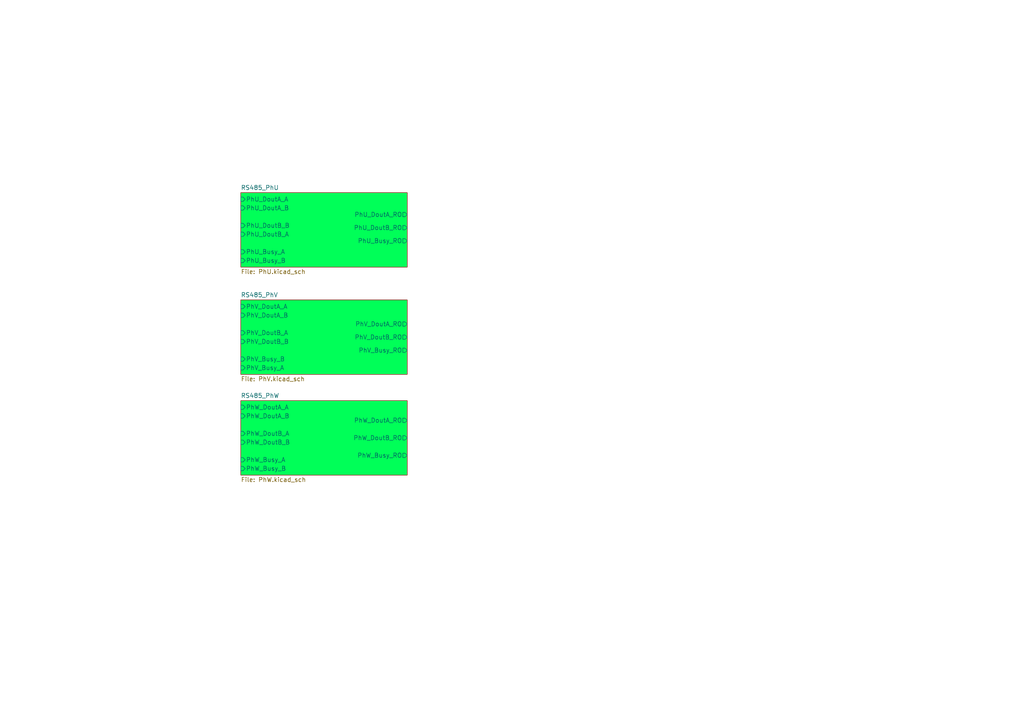
<source format=kicad_sch>
(kicad_sch
	(version 20250114)
	(generator "eeschema")
	(generator_version "9.0")
	(uuid "e29d9b21-6844-4fab-b1b7-300fefafc5af")
	(paper "A4")
	(lib_symbols)
	(wire
		(pts
			(xy 69.85 125.73) (xy 69.85 128.27)
		)
		(stroke
			(width 0)
			(type default)
		)
		(uuid "b9a8e943-f4f9-4564-a6d5-9a7ae40c9c38")
	)
	(sheet
		(at 69.85 116.205)
		(size 48.26 21.59)
		(exclude_from_sim no)
		(in_bom yes)
		(on_board yes)
		(dnp no)
		(fields_autoplaced yes)
		(stroke
			(width 0.1524)
			(type solid)
		)
		(fill
			(color 0 255 88 1.0000)
		)
		(uuid "00341936-bbf4-4bdf-8f81-eb954a1ef296")
		(property "Sheetname" "RS485_PhW"
			(at 69.85 115.4934 0)
			(effects
				(font
					(size 1.27 1.27)
				)
				(justify left bottom)
			)
		)
		(property "Sheetfile" "PhW.kicad_sch"
			(at 69.85 138.3796 0)
			(effects
				(font
					(size 1.27 1.27)
				)
				(justify left top)
			)
		)
		(pin "PhW_Busy_B" input
			(at 69.85 135.89 180)
			(uuid "ae46b67a-d0d3-4d47-8be8-e9b7e9768ae3")
			(effects
				(font
					(size 1.27 1.27)
				)
				(justify left)
			)
		)
		(pin "PhW_DoutA_B" input
			(at 69.85 120.65 180)
			(uuid "e3b87e91-4e1e-4b40-91dd-0486314ab22f")
			(effects
				(font
					(size 1.27 1.27)
				)
				(justify left)
			)
		)
		(pin "PhW_DoutB_B" input
			(at 69.85 128.27 180)
			(uuid "0a1d0f3d-cc89-4bef-98f2-6a2dec326de0")
			(effects
				(font
					(size 1.27 1.27)
				)
				(justify left)
			)
		)
		(pin "PhW_DoutB_A" input
			(at 69.85 125.73 180)
			(uuid "1827f6d8-7f7e-4735-a353-f1fd6d5460bc")
			(effects
				(font
					(size 1.27 1.27)
				)
				(justify left)
			)
		)
		(pin "PhW_DoutB_RO" output
			(at 118.11 127 0)
			(uuid "8016344f-c45a-4534-bddc-efbe0345c5ef")
			(effects
				(font
					(size 1.27 1.27)
				)
				(justify right)
			)
		)
		(pin "PhW_DoutA_A" input
			(at 69.85 118.11 180)
			(uuid "f6dc992e-9f9a-4717-a595-330499d12d97")
			(effects
				(font
					(size 1.27 1.27)
				)
				(justify left)
			)
		)
		(pin "PhW_Busy_A" input
			(at 69.85 133.35 180)
			(uuid "3f72313e-8dbb-4b5b-9ab0-f31e539ed5a8")
			(effects
				(font
					(size 1.27 1.27)
				)
				(justify left)
			)
		)
		(pin "PhW_DoutA_RO" output
			(at 118.11 121.92 0)
			(uuid "16d06f60-bd89-431e-8c15-1f17da004c87")
			(effects
				(font
					(size 1.27 1.27)
				)
				(justify right)
			)
		)
		(pin "PhW_Busy_RO" output
			(at 118.11 132.08 0)
			(uuid "2f1ac55b-2f68-45c1-ba2e-fe71eb049f18")
			(effects
				(font
					(size 1.27 1.27)
				)
				(justify right)
			)
		)
		(instances
			(project "FST-breakout"
				(path "/6b98887b-b6e8-4123-88e9-3723f2ff3083/7b28d561-4fdb-4b9c-a6fd-c48d64b6234e"
					(page "9")
				)
			)
		)
	)
	(sheet
		(at 69.85 86.995)
		(size 48.26 21.59)
		(exclude_from_sim no)
		(in_bom yes)
		(on_board yes)
		(dnp no)
		(fields_autoplaced yes)
		(stroke
			(width 0.1524)
			(type solid)
		)
		(fill
			(color 0 255 88 1.0000)
		)
		(uuid "3151f0fa-2b2e-4ae5-9fb3-e37be7c182e2")
		(property "Sheetname" "RS485_PhV"
			(at 69.85 86.2834 0)
			(effects
				(font
					(size 1.27 1.27)
				)
				(justify left bottom)
			)
		)
		(property "Sheetfile" "PhV.kicad_sch"
			(at 69.85 109.1696 0)
			(effects
				(font
					(size 1.27 1.27)
				)
				(justify left top)
			)
		)
		(pin "PhV_DoutA_RO" output
			(at 118.11 93.98 0)
			(uuid "ab9c997e-ba9a-4831-9dbf-2391b0e985db")
			(effects
				(font
					(size 1.27 1.27)
				)
				(justify right)
			)
		)
		(pin "PhV_DoutA_B" input
			(at 69.85 91.44 180)
			(uuid "1bc4209d-d3e0-4546-8313-7f624daf5b4d")
			(effects
				(font
					(size 1.27 1.27)
				)
				(justify left)
			)
		)
		(pin "PhV_DoutA_A" input
			(at 69.85 88.9 180)
			(uuid "b05c9078-bbb2-4c1a-accd-1c39f3fdf1dd")
			(effects
				(font
					(size 1.27 1.27)
				)
				(justify left)
			)
		)
		(pin "PhV_DoutB_A" input
			(at 69.85 96.52 180)
			(uuid "9c9417ab-3bf7-4e11-8eb2-a61d25dba1bd")
			(effects
				(font
					(size 1.27 1.27)
				)
				(justify left)
			)
		)
		(pin "PhV_Busy_B" input
			(at 69.85 104.14 180)
			(uuid "12314950-6477-46c8-94c2-ff1069a9d43f")
			(effects
				(font
					(size 1.27 1.27)
				)
				(justify left)
			)
		)
		(pin "PhV_DoutB_RO" output
			(at 118.11 97.79 0)
			(uuid "90ab1c32-ded7-445a-b50e-326acb6de29c")
			(effects
				(font
					(size 1.27 1.27)
				)
				(justify right)
			)
		)
		(pin "PhV_Busy_A" input
			(at 69.85 106.68 180)
			(uuid "126f28ee-364b-4a75-88cf-dfacc6b12198")
			(effects
				(font
					(size 1.27 1.27)
				)
				(justify left)
			)
		)
		(pin "PhV_DoutB_B" input
			(at 69.85 99.06 180)
			(uuid "81d5c5d8-8de4-4adf-bc9d-817086289e0d")
			(effects
				(font
					(size 1.27 1.27)
				)
				(justify left)
			)
		)
		(pin "PhV_Busy_RO" output
			(at 118.11 101.6 0)
			(uuid "b450b44d-6d67-451d-98f9-67eec988e094")
			(effects
				(font
					(size 1.27 1.27)
				)
				(justify right)
			)
		)
		(instances
			(project "FST-breakout"
				(path "/6b98887b-b6e8-4123-88e9-3723f2ff3083/7b28d561-4fdb-4b9c-a6fd-c48d64b6234e"
					(page "8")
				)
			)
		)
	)
	(sheet
		(at 69.85 55.88)
		(size 48.26 21.59)
		(exclude_from_sim no)
		(in_bom yes)
		(on_board yes)
		(dnp no)
		(fields_autoplaced yes)
		(stroke
			(width 0.1524)
			(type solid)
		)
		(fill
			(color 0 255 88 1.0000)
		)
		(uuid "a886feba-55b2-4d83-a738-bd8650fcfa7b")
		(property "Sheetname" "RS485_PhU"
			(at 69.85 55.1684 0)
			(effects
				(font
					(size 1.27 1.27)
				)
				(justify left bottom)
			)
		)
		(property "Sheetfile" "PhU.kicad_sch"
			(at 69.85 78.0546 0)
			(effects
				(font
					(size 1.27 1.27)
				)
				(justify left top)
			)
		)
		(pin "PhU_DoutB_RO" output
			(at 118.11 66.04 0)
			(uuid "5769346a-e8ca-45ce-9b0c-9614f96719da")
			(effects
				(font
					(size 1.27 1.27)
				)
				(justify right)
			)
		)
		(pin "PhU_DoutA_A" input
			(at 69.85 57.785 180)
			(uuid "8f5dbbf3-2ca3-4ff3-a926-44d572ec0ce8")
			(effects
				(font
					(size 1.27 1.27)
				)
				(justify left)
			)
		)
		(pin "PhU_DoutB_B" input
			(at 69.85 65.405 180)
			(uuid "e74c5178-26ae-4064-90d2-57c743dc4cdf")
			(effects
				(font
					(size 1.27 1.27)
				)
				(justify left)
			)
		)
		(pin "PhU_DoutB_A" input
			(at 69.85 67.945 180)
			(uuid "dc49fc05-fff5-4643-9e36-7b42f9078746")
			(effects
				(font
					(size 1.27 1.27)
				)
				(justify left)
			)
		)
		(pin "PhU_Busy_A" input
			(at 69.85 73.025 180)
			(uuid "c1cbe651-5f99-45c6-992a-03f87b5c4544")
			(effects
				(font
					(size 1.27 1.27)
				)
				(justify left)
			)
		)
		(pin "PhU_DoutA_RO" output
			(at 118.11 62.23 0)
			(uuid "0b550e9e-59d8-4bcf-ad01-d8608e0f5121")
			(effects
				(font
					(size 1.27 1.27)
				)
				(justify right)
			)
		)
		(pin "PhU_Busy_RO" output
			(at 118.11 69.85 0)
			(uuid "11fbc519-2d55-4767-a1d1-2fc1b8fbb9b1")
			(effects
				(font
					(size 1.27 1.27)
				)
				(justify right)
			)
		)
		(pin "PhU_Busy_B" input
			(at 69.85 75.565 180)
			(uuid "9e9866c3-e219-4e38-b84b-5a72eeae8110")
			(effects
				(font
					(size 1.27 1.27)
				)
				(justify left)
			)
		)
		(pin "PhU_DoutA_B" input
			(at 69.85 60.325 180)
			(uuid "9cba7a33-6a67-451d-ad0f-753ef0799bfb")
			(effects
				(font
					(size 1.27 1.27)
				)
				(justify left)
			)
		)
		(instances
			(project "FST-breakout"
				(path "/6b98887b-b6e8-4123-88e9-3723f2ff3083/7b28d561-4fdb-4b9c-a6fd-c48d64b6234e"
					(page "7")
				)
			)
		)
	)
)

</source>
